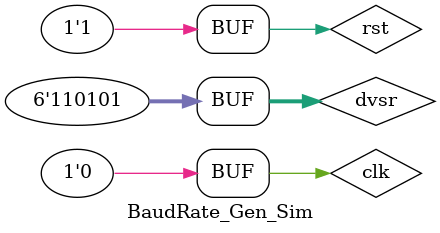
<source format=sv>
`timescale 1ns/100ps

module BaudRate_Gen_Sim();

	logic clk,rst;
	logic [5:0] dvsr;
	logic tick;
	
	BaudRate_Gen uut (	.i_CLK(clk),
						.i_RST_n(rst),
						.DVSR(dvsr),
						.TICK(tick)
	);

    //reset control
    initial begin
    rst = 1;
    #13;
    rst = 0;
    #7;
    rst = 1;
    end	
   
    //clk control
    always begin
            //clk
            begin
                clk = 1;
                #5;
                clk = 0;
                #5;
            end  
    end
    
    initial begin
    	dvsr = 6'b110101;
    end


endmodule
</source>
